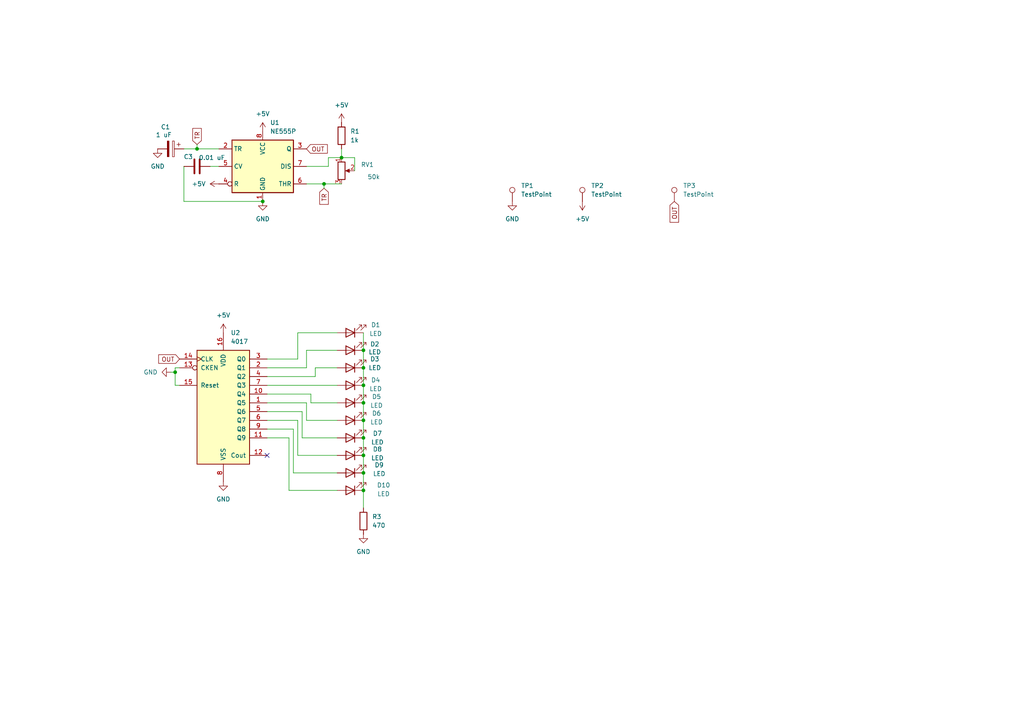
<source format=kicad_sch>
(kicad_sch (version 20250114) (generator "eeschema") (generator_version "9.0")
  (paper "A4")
  (lib_symbols
    (symbol "4xxx:4017" (pin_names (offset 1.016))
      (property "Reference" "U" (at -7.62 16.51 0))
      (property "Value" "4017" (at -7.62 -19.05 0))
      (symbol "4017_1_0"
        (pin input clock (at -12.7 12.7 0) (length 5.08) (name "CLK") (number "14"))
        (pin input inverted (at -12.7 10.16 0) (length 5.08) (name "CKEN") (number "13"))
        (pin input line (at -12.7 5.08 0) (length 5.08) (name "Reset") (number "15"))
        (pin power_in line (at 0 20.32 270) (length 5.08) (name "VDD") (number "16"))
        (pin power_in line (at 0 -22.86 90) (length 5.08) (name "VSS") (number "8"))
        (pin output line (at 12.7 12.7 180) (length 5.08) (name "Q0") (number "3"))
        (pin output line (at 12.7 10.16 180) (length 5.08) (name "Q1") (number "2"))
        (pin output line (at 12.7 7.62 180) (length 5.08) (name "Q2") (number "4"))
        (pin output line (at 12.7 5.08 180) (length 5.08) (name "Q3") (number "7"))
        (pin output line (at 12.7 2.54 180) (length 5.08) (name "Q4") (number "10"))
        (pin output line (at 12.7 0 180) (length 5.08) (name "Q5") (number "1"))
        (pin output line (at 12.7 -2.54 180) (length 5.08) (name "Q6") (number "5"))
        (pin output line (at 12.7 -5.08 180) (length 5.08) (name "Q7") (number "6"))
        (pin output line (at 12.7 -7.62 180) (length 5.08) (name "Q8") (number "9"))
        (pin output line (at 12.7 -10.16 180) (length 5.08) (name "Q9") (number "11"))
        (pin output line (at 12.7 -15.24 180) (length 5.08) (name "Cout") (number "12"))
      )
      (symbol "4017_1_1"
        (rectangle (start -7.62 15.24) (end 7.62 -17.78) (stroke (width 0.254)) (fill (type background)))
      )
    )
    (symbol "Connector:TestPoint" (pin_numbers (hide yes)) (pin_names (offset 0.762) (hide yes))
      (property "Reference" "TP" (at 0 6.858 0))
      (property "Value" "TestPoint" (at 0 5.08 0))
      (symbol "TestPoint_0_1"
        (circle (center 0 3.302) (radius 0.762))
      )
      (symbol "TestPoint_1_1"
        (pin passive line (at 0 0 90) (length 2.54) (name "1") (number "1"))
      )
    )
    (symbol "Device:C" (pin_numbers (hide yes)) (pin_names (offset 0.254))
      (property "Reference" "C" (at 0.635 2.54 0))
      (property "Value" "C" (at 0.635 -2.54 0))
      (symbol "C_0_1"
        (polyline (pts (xy -2.032 0.762) (xy 2.032 0.762)) (stroke (width 0.508)))
        (polyline (pts (xy -2.032 -0.762) (xy 2.032 -0.762)) (stroke (width 0.508)))
      )
      (symbol "C_1_1"
        (pin passive line (at 0 3.81 270) (length 2.794) (name "~") (number "1"))
        (pin passive line (at 0 -3.81 90) (length 2.794) (name "~") (number "2"))
      )
    )
    (symbol "Device:C_Polarized" (pin_numbers (hide yes)) (pin_names (offset 0.254))
      (property "Reference" "C" (at 0.635 2.54 0))
      (property "Value" "C_Polarized" (at 0.635 -2.54 0))
      (symbol "C_Polarized_0_1"
        (rectangle (start -2.286 0.508) (end 2.286 1.016))
        (polyline (pts (xy -1.778 2.286) (xy -0.762 2.286)))
        (polyline (pts (xy -1.27 2.794) (xy -1.27 1.778)))
        (rectangle (start 2.286 -0.508) (end -2.286 -1.016) (fill (type outline)))
      )
      (symbol "C_Polarized_1_1"
        (pin passive line (at 0 3.81 270) (length 2.794) (name "~") (number "1"))
        (pin passive line (at 0 -3.81 90) (length 2.794) (name "~") (number "2"))
      )
    )
    (symbol "Device:LED" (pin_numbers (hide yes)) (pin_names (offset 1.016) (hide yes))
      (property "Reference" "D" (at 0 2.54 0))
      (property "Value" "LED" (at 0 -2.54 0))
      (symbol "LED_0_1"
        (polyline (pts (xy -3.048 -0.762) (xy -4.572 -2.286) (xy -3.81 -2.286) (xy -4.572 -2.286) (xy -4.572 -1.524)))
        (polyline (pts (xy -1.778 -0.762) (xy -3.302 -2.286) (xy -2.54 -2.286) (xy -3.302 -2.286) (xy -3.302 -1.524)))
        (polyline (pts (xy -1.27 0) (xy 1.27 0)))
        (polyline (pts (xy -1.27 -1.27) (xy -1.27 1.27)) (stroke (width 0.254)))
        (polyline (pts (xy 1.27 -1.27) (xy 1.27 1.27) (xy -1.27 0) (xy 1.27 -1.27)) (stroke (width 0.254)))
      )
      (symbol "LED_1_1"
        (pin passive line (at -3.81 0 0) (length 2.54) (name "K") (number "1"))
        (pin passive line (at 3.81 0 180) (length 2.54) (name "A") (number "2"))
      )
    )
    (symbol "Device:R" (pin_numbers (hide yes)) (pin_names (offset 0))
      (property "Reference" "R" (at 2.032 0 90))
      (property "Value" "R" (at 0 0 90))
      (symbol "R_0_1"
        (rectangle (start -1.016 -2.54) (end 1.016 2.54) (stroke (width 0.254)))
      )
      (symbol "R_1_1"
        (pin passive line (at 0 3.81 270) (length 1.27) (name "~") (number "1"))
        (pin passive line (at 0 -3.81 90) (length 1.27) (name "~") (number "2"))
      )
    )
    (symbol "Device:R_Potentiometer" (pin_names (offset 1.016) (hide yes))
      (property "Reference" "RV" (at -4.445 0 90))
      (property "Value" "R_Potentiometer" (at -2.54 0 90))
      (symbol "R_Potentiometer_0_1"
        (rectangle (start 1.016 2.54) (end -1.016 -2.54) (stroke (width 0.254)))
        (polyline (pts (xy 1.143 0) (xy 2.286 0.508) (xy 2.286 -0.508) (xy 1.143 0)) (fill (type outline)))
        (polyline (pts (xy 2.54 0) (xy 1.524 0)))
      )
      (symbol "R_Potentiometer_1_1"
        (pin passive line (at 0 3.81 270) (length 1.27) (name "1") (number "1"))
        (pin passive line (at 0 -3.81 90) (length 1.27) (name "3") (number "3"))
        (pin passive line (at 3.81 0 180) (length 1.27) (name "2") (number "2"))
      )
    )
    (symbol "Timer:NE555P"
      (property "Reference" "U" (at -10.16 8.89 0))
      (property "Value" "NE555P" (at 2.54 8.89 0))
      (symbol "NE555P_0_0"
        (pin power_in line (at 0 10.16 270) (length 2.54) (name "VCC") (number "8"))
        (pin power_in line (at 0 -10.16 90) (length 2.54) (name "GND") (number "1"))
      )
      (symbol "NE555P_0_1"
        (rectangle (start -8.89 -7.62) (end 8.89 7.62) (stroke (width 0.254)) (fill (type background)))
        (rectangle (start -8.89 -7.62) (end 8.89 7.62) (stroke (width 0.254)) (fill (type background)))
      )
      (symbol "NE555P_1_1"
        (pin input line (at -12.7 5.08 0) (length 3.81) (name "TR") (number "2"))
        (pin input line (at -12.7 0 0) (length 3.81) (name "CV") (number "5"))
        (pin input inverted (at -12.7 -5.08 0) (length 3.81) (name "R") (number "4"))
        (pin output line (at 12.7 5.08 180) (length 3.81) (name "Q") (number "3"))
        (pin input line (at 12.7 0 180) (length 3.81) (name "DIS") (number "7"))
        (pin input line (at 12.7 -5.08 180) (length 3.81) (name "THR") (number "6"))
      )
    )
    (symbol "power:+5V" (power) (pin_numbers (hide yes)) (pin_names (offset 0) (hide yes))
      (property "Value" "+5V" (at 0 3.556 0))
      (symbol "+5V_0_1"
        (polyline (pts (xy -0.762 1.27) (xy 0 2.54)))
        (polyline (pts (xy 0 2.54) (xy 0.762 1.27)))
        (polyline (pts (xy 0 0) (xy 0 2.54)))
      )
      (symbol "+5V_1_1"
        (pin power_in line (at 0 0 90) (length 0) (name "~") (number "1"))
      )
    )
    (symbol "power:GND" (power) (pin_numbers (hide yes)) (pin_names (offset 0) (hide yes))
      (property "Value" "GND" (at 0 -3.81 0))
      (symbol "GND_0_1"
        (polyline (pts (xy 0 0) (xy 0 -1.27) (xy 1.27 -1.27) (xy 0 -2.54) (xy -1.27 -1.27) (xy 0 -1.27)))
      )
      (symbol "GND_1_1"
        (pin power_in line (at 0 0 270) (length 0) (name "~") (number "1"))
      )
    )
  )
  (junction (at 105.41 121.92))
  (junction (at 99.06 45.72))
  (junction (at 76.2 58.42))
  (junction (at 93.98 53.34))
  (junction (at 105.41 127))
  (junction (at 105.41 101.6))
  (junction (at 105.41 142.24))
  (junction (at 105.41 116.84))
  (junction (at 105.41 132.08))
  (junction (at 105.41 111.76))
  (junction (at 105.41 137.16))
  (junction (at 50.8 107.95))
  (junction (at 105.41 106.68))
  (junction (at 57.15 43.18))
  (no_connect (at 77.47 132.08))
  (wire (pts (xy 52.07 111.76) (xy 50.8 111.76)))
  (wire (pts (xy 53.34 43.18) (xy 57.15 43.18)))
  (wire (pts (xy 86.36 104.14) (xy 86.36 96.52)))
  (wire (pts (xy 105.41 116.84) (xy 105.41 121.92)))
  (wire (pts (xy 95.25 48.26) (xy 95.25 45.72)))
  (wire (pts (xy 77.47 111.76) (xy 97.79 111.76)))
  (wire (pts (xy 105.41 101.6) (xy 105.41 106.68)))
  (wire (pts (xy 99.06 43.18) (xy 99.06 45.72)))
  (wire (pts (xy 50.8 107.95) (xy 50.8 106.68)))
  (wire (pts (xy 83.82 127) (xy 83.82 142.24)))
  (wire (pts (xy 105.41 132.08) (xy 105.41 137.16)))
  (wire (pts (xy 77.47 119.38) (xy 87.63 119.38)))
  (wire (pts (xy 88.9 101.6) (xy 97.79 101.6)))
  (wire (pts (xy 91.44 106.68) (xy 97.79 106.68)))
  (wire (pts (xy 77.47 127) (xy 83.82 127)))
  (wire (pts (xy 90.17 116.84) (xy 97.79 116.84)))
  (wire (pts (xy 77.47 106.68) (xy 88.9 106.68)))
  (wire (pts (xy 49.53 107.95) (xy 50.8 107.95)))
  (wire (pts (xy 93.98 53.34) (xy 99.06 53.34)))
  (wire (pts (xy 77.47 109.22) (xy 91.44 109.22)))
  (wire (pts (xy 88.9 53.34) (xy 93.98 53.34)))
  (wire (pts (xy 105.41 127) (xy 105.41 132.08)))
  (wire (pts (xy 90.17 114.3) (xy 90.17 116.84)))
  (wire (pts (xy 77.47 116.84) (xy 88.9 116.84)))
  (wire (pts (xy 105.41 121.92) (xy 105.41 127)))
  (wire (pts (xy 88.9 106.68) (xy 88.9 101.6)))
  (wire (pts (xy 53.34 58.42) (xy 76.2 58.42)))
  (wire (pts (xy 77.47 121.92) (xy 86.36 121.92)))
  (wire (pts (xy 93.98 54.61) (xy 93.98 53.34)))
  (wire (pts (xy 105.41 111.76) (xy 105.41 116.84)))
  (wire (pts (xy 85.09 137.16) (xy 97.79 137.16)))
  (wire (pts (xy 57.15 41.91) (xy 57.15 43.18)))
  (wire (pts (xy 91.44 109.22) (xy 91.44 106.68)))
  (wire (pts (xy 88.9 48.26) (xy 95.25 48.26)))
  (wire (pts (xy 102.87 45.72) (xy 99.06 45.72)))
  (wire (pts (xy 86.36 132.08) (xy 97.79 132.08)))
  (wire (pts (xy 87.63 127) (xy 97.79 127)))
  (wire (pts (xy 77.47 104.14) (xy 86.36 104.14)))
  (wire (pts (xy 77.47 124.46) (xy 85.09 124.46)))
  (wire (pts (xy 86.36 96.52) (xy 97.79 96.52)))
  (wire (pts (xy 86.36 121.92) (xy 86.36 132.08)))
  (wire (pts (xy 102.87 49.53) (xy 102.87 45.72)))
  (wire (pts (xy 50.8 111.76) (xy 50.8 107.95)))
  (wire (pts (xy 105.41 137.16) (xy 105.41 142.24)))
  (wire (pts (xy 83.82 142.24) (xy 97.79 142.24)))
  (wire (pts (xy 88.9 121.92) (xy 97.79 121.92)))
  (wire (pts (xy 105.41 106.68) (xy 105.41 111.76)))
  (wire (pts (xy 87.63 119.38) (xy 87.63 127)))
  (wire (pts (xy 88.9 116.84) (xy 88.9 121.92)))
  (wire (pts (xy 105.41 142.24) (xy 105.41 147.32)))
  (wire (pts (xy 60.96 48.26) (xy 63.5 48.26)))
  (wire (pts (xy 50.8 106.68) (xy 52.07 106.68)))
  (wire (pts (xy 53.34 48.26) (xy 53.34 58.42)))
  (wire (pts (xy 85.09 124.46) (xy 85.09 137.16)))
  (wire (pts (xy 57.15 43.18) (xy 63.5 43.18)))
  (wire (pts (xy 105.41 96.52) (xy 105.41 101.6)))
  (wire (pts (xy 95.25 45.72) (xy 99.06 45.72)))
  (wire (pts (xy 77.47 114.3) (xy 90.17 114.3)))
  (global_label "OUT" (shape input) (at 195.58 58.42 270) (property "Intersheetrefs" "${INTERSHEET_REFS}" (effects (hide yes))))
  (global_label "TR" (shape input) (at 57.15 41.91 90) (property "Intersheetrefs" "${INTERSHEET_REFS}" (effects (hide yes))))
  (global_label "OUT" (shape input) (at 52.07 104.14 180) (property "Intersheetrefs" "${INTERSHEET_REFS}" (effects (hide yes))))
  (global_label "OUT" (shape input) (at 88.9 43.18 0) (property "Intersheetrefs" "${INTERSHEET_REFS}" (effects (hide yes))))
  (global_label "TR" (shape input) (at 93.98 54.61 270) (property "Intersheetrefs" "${INTERSHEET_REFS}" (effects (hide yes))))
  (symbol (lib_id "Device:C") (at 57.15 48.26 90) (unit 1)
    (property "Reference" "C3" (at 54.61 45.466 90))
    (property "Value" "0.01 uF" (at 61.468 45.72 90))
    (property "Footprint" "Capacitor_THT:CP_Radial_D5.0mm_P2.00mm" (effects (hide yes)))
    (property "Description" "Unpolarized capacitor" (effects (hide yes)))
  )
  (symbol (lib_id "Device:LED") (at 101.6 127 180) (unit 1)
    (property "Reference" "D7" (at 109.474 125.73 0))
    (property "Value" "LED" (at 109.474 128.27 0))
    (property "Footprint" "LED_THT:LED_D3.0mm" (effects (hide yes)))
    (property "Description" "Light emitting diode" (effects (hide yes)))
    (property "Sim.Pins" "1=K 2=A" (effects (hide yes)))
  )
  (symbol (lib_id "Device:R") (at 105.41 151.13 0) (unit 1)
    (property "Reference" "R3" (at 107.95 149.8599 0) (effects (justify left)))
    (property "Value" "470" (at 107.95 152.3999 0) (effects (justify left)))
    (property "Footprint" "Resistor_THT:R_Axial_DIN0207_L6.3mm_D2.5mm_P7.62mm_Horizontal" (effects (hide yes)))
    (property "Description" "Resistor" (effects (hide yes)))
  )
  (symbol (lib_id "Timer:NE555P") (at 76.2 48.26 0) (unit 1)
    (property "Reference" "U1" (at 78.3433 35.56 0) (effects (justify left)))
    (property "Value" "NE555P" (at 78.3433 38.1 0) (effects (justify left)))
    (property "Footprint" "Package_DIP:DIP-8_W7.62mm" (effects (hide yes)))
    (property "Datasheet" "http://www.ti.com/lit/ds/symlink/ne555.pdf" (effects (hide yes)))
    (property "Description" "Precision Timers, 555 compatible,  PDIP-8" (effects (hide yes)))
  )
  (symbol (lib_id "power:+5V") (at 76.2 38.1 0) (unit 1)
    (property "Reference" "#PWR07" (effects (hide yes)))
    (property "Value" "+5V" (at 76.2 33.02 0))
    (property "Description" "Power symbol creates a global label with name \"+5V\"" (effects (hide yes)))
  )
  (symbol (lib_id "Device:LED") (at 101.6 121.92 180) (unit 1)
    (property "Reference" "D6" (at 109.22 119.888 0))
    (property "Value" "LED" (at 109.22 122.428 0))
    (property "Footprint" "LED_THT:LED_D3.0mm" (effects (hide yes)))
    (property "Description" "Light emitting diode" (effects (hide yes)))
    (property "Sim.Pins" "1=K 2=A" (effects (hide yes)))
  )
  (symbol (lib_id "Device:LED") (at 101.6 106.68 180) (unit 1)
    (property "Reference" "D3" (at 108.712 104.14 0))
    (property "Value" "LED" (at 108.712 106.68 0))
    (property "Footprint" "LED_THT:LED_D3.0mm" (effects (hide yes)))
    (property "Description" "Light emitting diode" (effects (hide yes)))
    (property "Sim.Pins" "1=K 2=A" (effects (hide yes)))
  )
  (symbol (lib_id "Device:LED") (at 101.6 116.84 180) (unit 1)
    (property "Reference" "D5" (at 109.22 115.062 0))
    (property "Value" "LED" (at 109.22 117.602 0))
    (property "Footprint" "LED_THT:LED_D3.0mm" (effects (hide yes)))
    (property "Description" "Light emitting diode" (effects (hide yes)))
    (property "Sim.Pins" "1=K 2=A" (effects (hide yes)))
  )
  (symbol (lib_id "4xxx:4017") (at 64.77 116.84 0) (unit 1)
    (property "Reference" "U2" (at 66.9133 96.52 0) (effects (justify left)))
    (property "Value" "4017" (at 66.9133 99.06 0) (effects (justify left)))
    (property "Footprint" "footprints:N16" (effects (hide yes)))
    (property "Datasheet" "http://www.intersil.com/content/dam/Intersil/documents/cd40/cd4017bms-22bms.pdf" (effects (hide yes)))
    (property "Description" "Johnson Counter ( 10 outputs )" (effects (hide yes)))
  )
  (symbol (lib_id "Device:LED") (at 101.6 111.76 180) (unit 1)
    (property "Reference" "D4" (at 108.966 110.236 0))
    (property "Value" "LED" (at 108.966 112.776 0))
    (property "Footprint" "LED_THT:LED_D3.0mm" (effects (hide yes)))
    (property "Description" "Light emitting diode" (effects (hide yes)))
    (property "Sim.Pins" "1=K 2=A" (effects (hide yes)))
  )
  (symbol (lib_id "power:+5V") (at 63.5 53.34 90) (unit 1)
    (property "Reference" "#PWR04" (effects (hide yes)))
    (property "Value" "+5V" (at 59.69 53.3399 90) (effects (justify left)))
    (property "Description" "Power symbol creates a global label with name \"+5V\"" (effects (hide yes)))
  )
  (symbol (lib_id "power:+5V") (at 99.06 35.56 0) (unit 1)
    (property "Reference" "#PWR06" (effects (hide yes)))
    (property "Value" "+5V" (at 99.06 30.48 0))
    (property "Description" "Power symbol creates a global label with name \"+5V\"" (effects (hide yes)))
  )
  (symbol (lib_id "power:GND") (at 105.41 154.94 0) (unit 1)
    (property "Reference" "#PWR011" (effects (hide yes)))
    (property "Value" "GND" (at 105.41 160.02 0))
    (property "Description" "Power symbol creates a global label with name \"GND\" , ground" (effects (hide yes)))
  )
  (symbol (lib_id "Device:C_Polarized") (at 49.53 43.18 270) (unit 1)
    (property "Reference" "C1" (at 48.006 36.83 90))
    (property "Value" "1 uF" (at 47.498 39.116 90))
    (property "Footprint" "Capacitor_THT:CP_Radial_D5.0mm_P2.00mm" (effects (hide yes)))
    (property "Description" "Polarized capacitor" (effects (hide yes)))
  )
  (symbol (lib_id "Device:R_Potentiometer") (at 99.06 49.53 0) (unit 1)
    (property "Reference" "RV1" (at 108.458 47.752 0) (effects (justify right)))
    (property "Value" "50k" (at 110.236 51.308 0) (effects (justify right)))
    (property "Footprint" "Resistor_THT:R_Axial_DIN0207_L6.3mm_D2.5mm_P7.62mm_Horizontal" (effects (hide yes)))
    (property "Description" "Potentiometer" (effects (hide yes)))
  )
  (symbol (lib_id "power:GND") (at 45.72 43.18 0) (unit 1)
    (property "Reference" "#PWR05" (effects (hide yes)))
    (property "Value" "GND" (at 45.72 48.26 0))
    (property "Description" "Power symbol creates a global label with name \"GND\" , ground" (effects (hide yes)))
  )
  (symbol (lib_id "power:+5V") (at 64.77 96.52 0) (unit 1)
    (property "Reference" "#PWR08" (effects (hide yes)))
    (property "Value" "+5V" (at 64.77 91.44 0))
    (property "Description" "Power symbol creates a global label with name \"+5V\"" (effects (hide yes)))
  )
  (symbol (lib_id "Connector:TestPoint") (at 148.59 58.42 0) (unit 1)
    (property "Reference" "TP1" (at 151.13 53.8479 0) (effects (justify left)))
    (property "Value" "TestPoint" (at 151.13 56.3879 0) (effects (justify left)))
    (property "Footprint" "Connector_PinSocket_2.54mm:PinSocket_1x01_P2.54mm_Vertical" (effects (hide yes)))
    (property "Description" "test point" (effects (hide yes)))
  )
  (symbol (lib_id "power:GND") (at 76.2 58.42 0) (unit 1)
    (property "Reference" "#PWR01" (effects (hide yes)))
    (property "Value" "GND" (at 76.2 63.5 0))
    (property "Description" "Power symbol creates a global label with name \"GND\" , ground" (effects (hide yes)))
  )
  (symbol (lib_id "power:GND") (at 64.77 139.7 0) (unit 1)
    (property "Reference" "#PWR09" (effects (hide yes)))
    (property "Value" "GND" (at 64.77 144.78 0))
    (property "Description" "Power symbol creates a global label with name \"GND\" , ground" (effects (hide yes)))
  )
  (symbol (lib_id "Connector:TestPoint") (at 195.58 58.42 0) (unit 1)
    (property "Reference" "TP3" (at 198.12 53.8479 0) (effects (justify left)))
    (property "Value" "TestPoint" (at 198.12 56.3879 0) (effects (justify left)))
    (property "Footprint" "Connector_PinSocket_2.54mm:PinSocket_1x01_P2.54mm_Vertical" (effects (hide yes)))
    (property "Description" "test point" (effects (hide yes)))
  )
  (symbol (lib_id "Device:LED") (at 101.6 132.08 180) (unit 1)
    (property "Reference" "D8" (at 109.474 130.302 0))
    (property "Value" "LED" (at 109.474 132.842 0))
    (property "Footprint" "LED_THT:LED_D3.0mm" (effects (hide yes)))
    (property "Description" "Light emitting diode" (effects (hide yes)))
    (property "Sim.Pins" "1=K 2=A" (effects (hide yes)))
  )
  (symbol (lib_id "power:GND") (at 148.59 58.42 0) (unit 1)
    (property "Reference" "#PWR03" (effects (hide yes)))
    (property "Value" "GND" (at 148.59 63.5 0))
    (property "Description" "Power symbol creates a global label with name \"GND\" , ground" (effects (hide yes)))
  )
  (symbol (lib_id "Device:LED") (at 101.6 137.16 180) (unit 1)
    (property "Reference" "D9" (at 109.982 134.874 0))
    (property "Value" "LED" (at 109.982 137.414 0))
    (property "Footprint" "LED_THT:LED_D3.0mm" (effects (hide yes)))
    (property "Description" "Light emitting diode" (effects (hide yes)))
    (property "Sim.Pins" "1=K 2=A" (effects (hide yes)))
  )
  (symbol (lib_id "power:+5V") (at 168.91 58.42 180) (unit 1)
    (property "Reference" "#PWR02" (effects (hide yes)))
    (property "Value" "+5V" (at 168.91 63.5 0))
    (property "Description" "Power symbol creates a global label with name \"+5V\"" (effects (hide yes)))
  )
  (symbol (lib_id "Connector:TestPoint") (at 168.91 58.42 0) (unit 1)
    (property "Reference" "TP2" (at 171.45 53.8479 0) (effects (justify left)))
    (property "Value" "TestPoint" (at 171.45 56.3879 0) (effects (justify left)))
    (property "Footprint" "Connector_PinSocket_2.54mm:PinSocket_1x01_P2.54mm_Vertical" (effects (hide yes)))
    (property "Description" "test point" (effects (hide yes)))
  )
  (symbol (lib_id "Device:LED") (at 101.6 142.24 180) (unit 1)
    (property "Reference" "D10" (at 111.252 140.716 0))
    (property "Value" "LED" (at 111.252 143.256 0))
    (property "Footprint" "LED_THT:LED_D3.0mm" (effects (hide yes)))
    (property "Description" "Light emitting diode" (effects (hide yes)))
    (property "Sim.Pins" "1=K 2=A" (effects (hide yes)))
  )
  (symbol (lib_id "Device:LED") (at 101.6 101.6 180) (unit 1)
    (property "Reference" "D2" (at 108.712 99.822 0))
    (property "Value" "LED" (at 108.712 102.108 0))
    (property "Footprint" "LED_THT:LED_D3.0mm" (effects (hide yes)))
    (property "Description" "Light emitting diode" (effects (hide yes)))
    (property "Sim.Pins" "1=K 2=A" (effects (hide yes)))
  )
  (symbol (lib_id "power:GND") (at 49.53 107.95 270) (unit 1)
    (property "Reference" "#PWR010" (effects (hide yes)))
    (property "Value" "GND" (at 45.72 107.9499 90) (effects (justify right)))
    (property "Description" "Power symbol creates a global label with name \"GND\" , ground" (effects (hide yes)))
  )
  (symbol (lib_id "Device:LED") (at 101.6 96.52 180) (unit 1)
    (property "Reference" "D1" (at 108.966 94.234 0))
    (property "Value" "LED" (at 108.966 96.774 0))
    (property "Footprint" "LED_THT:LED_D3.0mm" (effects (hide yes)))
    (property "Description" "Light emitting diode" (effects (hide yes)))
    (property "Sim.Pins" "1=K 2=A" (effects (hide yes)))
  )
  (symbol (lib_id "Device:R") (at 99.06 39.37 0) (unit 1)
    (property "Reference" "R1" (at 101.6 38.0999 0) (effects (justify left)))
    (property "Value" "1k" (at 101.6 40.6399 0) (effects (justify left)))
    (property "Footprint" "Resistor_THT:R_Axial_DIN0207_L6.3mm_D2.5mm_P7.62mm_Horizontal" (effects (hide yes)))
    (property "Description" "Resistor" (effects (hide yes)))
  )
)
</source>
